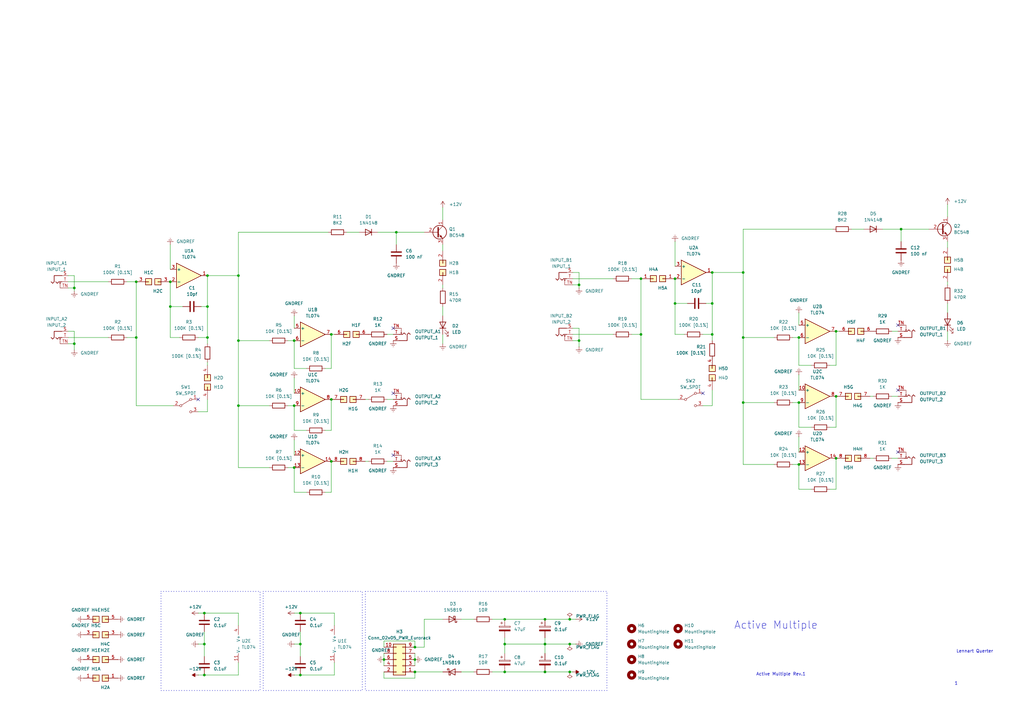
<source format=kicad_sch>
(kicad_sch (version 20231120) (generator "eeschema") (generator_version "8.0")
  (paper "A3")
  (junction (at 304.8 111.76))
  (junction (at 207.01 264.16))
  (junction (at 223.52 275.59))
  (junction (at 327.66 165.1))
  (junction (at 262.89 137.16))
  (junction (at 207.01 275.59))
  (junction (at 162.56 95.25))
  (junction (at 304.8 138.43))
  (junction (at 237.49 116.84))
  (junction (at 123.19 264.16))
  (junction (at 342.9 135.89))
  (junction (at 223.52 264.16))
  (junction (at 55.88 138.43))
  (junction (at 157.48 270.51))
  (junction (at 327.66 190.5))
  (junction (at 237.49 139.7))
  (junction (at 83.82 251.46))
  (junction (at 304.8 165.1))
  (junction (at 233.68 275.59))
  (junction (at 83.82 276.86))
  (junction (at 135.89 189.23))
  (junction (at 55.88 115.57))
  (junction (at 30.48 118.11))
  (junction (at 262.89 114.3))
  (junction (at 85.09 138.43))
  (junction (at 97.79 166.37))
  (junction (at 120.65 139.7))
  (junction (at 327.66 138.43))
  (junction (at 30.48 140.97))
  (junction (at 369.57 93.98))
  (junction (at 135.89 137.16))
  (junction (at 83.82 264.16))
  (junction (at 292.1 124.46))
  (junction (at 123.19 276.86))
  (junction (at 97.79 113.03))
  (junction (at 342.9 162.56))
  (junction (at 85.09 125.73))
  (junction (at 135.89 163.83))
  (junction (at 170.18 275.59))
  (junction (at 120.65 191.77))
  (junction (at 170.18 270.51))
  (junction (at 97.79 139.7))
  (junction (at 276.86 114.3))
  (junction (at 69.85 115.57))
  (junction (at 85.09 113.03))
  (junction (at 276.86 124.46))
  (junction (at 292.1 111.76))
  (junction (at 170.18 265.43))
  (junction (at 233.68 254))
  (junction (at 120.65 166.37))
  (junction (at 69.85 125.73))
  (junction (at 292.1 137.16))
  (junction (at 223.52 254))
  (junction (at 342.9 187.96))
  (junction (at 123.19 251.46))
  (junction (at 233.68 264.16))
  (junction (at 207.01 254))
  (no_connect (at 368.3 185.42))
  (no_connect (at 368.3 133.35))
  (no_connect (at 161.29 134.62))
  (no_connect (at 368.3 160.02))
  (no_connect (at 161.29 161.29))
  (no_connect (at 288.29 161.29))
  (no_connect (at 161.29 186.69))
  (no_connect (at 81.28 163.83))
  (wire (pts (xy 158.75 137.16) (xy 161.29 137.16)))
  (wire (pts (xy 118.11 139.7) (xy 120.65 139.7)))
  (wire (pts (xy 120.65 180.34) (xy 120.65 186.69)))
  (wire (pts (xy 340.36 175.26) (xy 342.9 175.26)))
  (wire (pts (xy 137.16 271.78) (xy 137.16 276.86)))
  (wire (pts (xy 149.86 163.83) (xy 151.13 163.83)))
  (wire (pts (xy 181.61 116.84) (xy 181.61 118.11)))
  (wire (pts (xy 85.09 113.03) (xy 85.09 125.73)))
  (wire (pts (xy 365.76 162.56) (xy 368.3 162.56)))
  (wire (pts (xy 170.18 267.97) (xy 170.18 270.51)))
  (wire (pts (xy 158.75 189.23) (xy 161.29 189.23)))
  (wire (pts (xy 120.65 276.86) (xy 123.19 276.86)))
  (wire (pts (xy 97.79 251.46) (xy 97.79 256.54)))
  (wire (pts (xy 85.09 138.43) (xy 85.09 125.73)))
  (wire (pts (xy 388.62 139.7) (xy 388.62 135.89)))
  (wire (pts (xy 173.99 254) (xy 181.61 254)))
  (wire (pts (xy 234.95 134.62) (xy 237.49 134.62)))
  (wire (pts (xy 259.08 137.16) (xy 262.89 137.16)))
  (wire (pts (xy 181.61 129.54) (xy 181.61 125.73)))
  (wire (pts (xy 304.8 111.76) (xy 304.8 138.43)))
  (wire (pts (xy 361.95 93.98) (xy 369.57 93.98)))
  (wire (pts (xy 81.28 251.46) (xy 83.82 251.46)))
  (wire (pts (xy 207.01 264.16) (xy 207.01 267.97)))
  (wire (pts (xy 133.35 151.13) (xy 135.89 151.13)))
  (wire (pts (xy 135.89 137.16) (xy 137.16 137.16)))
  (wire (pts (xy 85.09 113.03) (xy 97.79 113.03)))
  (wire (pts (xy 292.1 124.46) (xy 289.56 124.46)))
  (wire (pts (xy 207.01 275.59) (xy 223.52 275.59)))
  (wire (pts (xy 356.87 162.56) (xy 358.14 162.56)))
  (wire (pts (xy 173.99 265.43) (xy 170.18 265.43)))
  (wire (pts (xy 340.36 149.86) (xy 342.9 149.86)))
  (wire (pts (xy 85.09 138.43) (xy 85.09 140.97)))
  (wire (pts (xy 97.79 113.03) (xy 97.79 139.7)))
  (wire (pts (xy 181.61 85.09) (xy 181.61 90.17)))
  (wire (pts (xy 237.49 139.7) (xy 234.95 139.7)))
  (wire (pts (xy 97.79 95.25) (xy 97.79 113.03)))
  (wire (pts (xy 123.19 259.08) (xy 123.19 264.16)))
  (wire (pts (xy 170.18 278.13) (xy 170.18 275.59)))
  (wire (pts (xy 83.82 251.46) (xy 97.79 251.46)))
  (wire (pts (xy 97.79 191.77) (xy 97.79 166.37)))
  (wire (pts (xy 123.19 264.16) (xy 123.19 269.24)))
  (wire (pts (xy 55.88 115.57) (xy 55.88 138.43)))
  (wire (pts (xy 44.45 115.57) (xy 27.94 115.57)))
  (wire (pts (xy 327.66 175.26) (xy 327.66 165.1)))
  (wire (pts (xy 233.68 254) (xy 236.22 254)))
  (wire (pts (xy 149.86 189.23) (xy 151.13 189.23)))
  (wire (pts (xy 83.82 264.16) (xy 81.28 264.16)))
  (wire (pts (xy 181.61 100.33) (xy 181.61 102.87)))
  (wire (pts (xy 317.5 138.43) (xy 304.8 138.43)))
  (wire (pts (xy 327.66 179.07) (xy 327.66 185.42)))
  (wire (pts (xy 85.09 125.73) (xy 82.55 125.73)))
  (wire (pts (xy 342.9 135.89) (xy 344.17 135.89)))
  (wire (pts (xy 134.62 95.25) (xy 97.79 95.25)))
  (wire (pts (xy 327.66 149.86) (xy 327.66 138.43)))
  (wire (pts (xy 304.8 190.5) (xy 304.8 165.1)))
  (wire (pts (xy 83.82 264.16) (xy 83.82 269.24)))
  (wire (pts (xy 158.75 163.83) (xy 161.29 163.83)))
  (wire (pts (xy 223.52 264.16) (xy 223.52 267.97)))
  (wire (pts (xy 189.23 254) (xy 194.31 254)))
  (wire (pts (xy 304.8 138.43) (xy 304.8 165.1)))
  (wire (pts (xy 135.89 176.53) (xy 135.89 163.83)))
  (wire (pts (xy 237.49 111.76) (xy 237.49 116.84)))
  (wire (pts (xy 30.48 113.03) (xy 30.48 118.11)))
  (wire (pts (xy 276.86 124.46) (xy 276.86 114.3)))
  (wire (pts (xy 137.16 251.46) (xy 137.16 256.54)))
  (wire (pts (xy 73.66 138.43) (xy 69.85 138.43)))
  (wire (pts (xy 369.57 93.98) (xy 369.57 99.06)))
  (wire (pts (xy 170.18 275.59) (xy 181.61 275.59)))
  (wire (pts (xy 157.48 278.13) (xy 170.18 278.13)))
  (wire (pts (xy 325.12 165.1) (xy 327.66 165.1)))
  (wire (pts (xy 280.67 137.16) (xy 276.86 137.16)))
  (wire (pts (xy 262.89 163.83) (xy 278.13 163.83)))
  (wire (pts (xy 123.19 264.16) (xy 120.65 264.16)))
  (wire (pts (xy 142.24 95.25) (xy 147.32 95.25)))
  (wire (pts (xy 157.48 275.59) (xy 157.48 278.13)))
  (wire (pts (xy 85.09 148.59) (xy 85.09 149.86)))
  (wire (pts (xy 234.95 116.84) (xy 237.49 116.84)))
  (wire (pts (xy 349.25 93.98) (xy 354.33 93.98)))
  (wire (pts (xy 281.94 124.46) (xy 276.86 124.46)))
  (wire (pts (xy 133.35 201.93) (xy 135.89 201.93)))
  (wire (pts (xy 201.93 254) (xy 207.01 254)))
  (wire (pts (xy 340.36 200.66) (xy 342.9 200.66)))
  (wire (pts (xy 237.49 116.84) (xy 237.49 118.11)))
  (wire (pts (xy 157.48 262.89) (xy 157.48 265.43)))
  (wire (pts (xy 27.94 118.11) (xy 30.48 118.11)))
  (wire (pts (xy 123.19 276.86) (xy 137.16 276.86)))
  (wire (pts (xy 85.09 163.83) (xy 85.09 168.91)))
  (wire (pts (xy 135.89 151.13) (xy 135.89 137.16)))
  (wire (pts (xy 207.01 261.62) (xy 207.01 264.16)))
  (wire (pts (xy 288.29 137.16) (xy 292.1 137.16)))
  (wire (pts (xy 341.63 93.98) (xy 304.8 93.98)))
  (wire (pts (xy 237.49 142.24) (xy 237.49 139.7)))
  (wire (pts (xy 170.18 262.89) (xy 157.48 262.89)))
  (wire (pts (xy 154.94 95.25) (xy 162.56 95.25)))
  (wire (pts (xy 292.1 166.37) (xy 292.1 160.02)))
  (wire (pts (xy 125.73 151.13) (xy 120.65 151.13)))
  (wire (pts (xy 97.79 271.78) (xy 97.79 276.86)))
  (wire (pts (xy 325.12 138.43) (xy 327.66 138.43)))
  (wire (pts (xy 44.45 138.43) (xy 27.94 138.43)))
  (wire (pts (xy 83.82 259.08) (xy 83.82 264.16)))
  (wire (pts (xy 365.76 135.89) (xy 368.3 135.89)))
  (wire (pts (xy 369.57 93.98) (xy 381 93.98)))
  (wire (pts (xy 162.56 95.25) (xy 162.56 100.33)))
  (wire (pts (xy 52.07 138.43) (xy 55.88 138.43)))
  (wire (pts (xy 120.65 154.94) (xy 120.65 161.29)))
  (wire (pts (xy 52.07 115.57) (xy 55.88 115.57)))
  (wire (pts (xy 288.29 166.37) (xy 292.1 166.37)))
  (wire (pts (xy 223.52 275.59) (xy 233.68 275.59)))
  (wire (pts (xy 388.62 115.57) (xy 388.62 116.84)))
  (wire (pts (xy 97.79 166.37) (xy 110.49 166.37)))
  (wire (pts (xy 181.61 140.97) (xy 181.61 137.16)))
  (wire (pts (xy 120.65 129.54) (xy 120.65 134.62)))
  (wire (pts (xy 110.49 139.7) (xy 97.79 139.7)))
  (wire (pts (xy 173.99 254) (xy 173.99 265.43)))
  (wire (pts (xy 125.73 176.53) (xy 120.65 176.53)))
  (wire (pts (xy 262.89 114.3) (xy 262.89 137.16)))
  (wire (pts (xy 276.86 137.16) (xy 276.86 124.46)))
  (wire (pts (xy 74.93 125.73) (xy 69.85 125.73)))
  (wire (pts (xy 120.65 176.53) (xy 120.65 166.37)))
  (wire (pts (xy 30.48 118.11) (xy 30.48 119.38)))
  (wire (pts (xy 292.1 111.76) (xy 304.8 111.76)))
  (wire (pts (xy 332.74 149.86) (xy 327.66 149.86)))
  (wire (pts (xy 365.76 187.96) (xy 368.3 187.96)))
  (wire (pts (xy 125.73 201.93) (xy 120.65 201.93)))
  (wire (pts (xy 276.86 99.06) (xy 276.86 109.22)))
  (wire (pts (xy 69.85 100.33) (xy 69.85 110.49)))
  (wire (pts (xy 30.48 140.97) (xy 27.94 140.97)))
  (wire (pts (xy 83.82 276.86) (xy 97.79 276.86)))
  (wire (pts (xy 342.9 149.86) (xy 342.9 135.89)))
  (wire (pts (xy 157.48 267.97) (xy 157.48 270.51)))
  (wire (pts (xy 233.68 264.16) (xy 236.22 264.16)))
  (wire (pts (xy 69.85 138.43) (xy 69.85 125.73)))
  (wire (pts (xy 292.1 137.16) (xy 292.1 139.7)))
  (wire (pts (xy 332.74 175.26) (xy 327.66 175.26)))
  (wire (pts (xy 27.94 135.89) (xy 30.48 135.89)))
  (wire (pts (xy 118.11 191.77) (xy 120.65 191.77)))
  (wire (pts (xy 388.62 99.06) (xy 388.62 101.6)))
  (wire (pts (xy 27.94 113.03) (xy 30.48 113.03)))
  (wire (pts (xy 207.01 264.16) (xy 223.52 264.16)))
  (wire (pts (xy 223.52 264.16) (xy 233.68 264.16)))
  (wire (pts (xy 170.18 270.51) (xy 170.18 273.05)))
  (wire (pts (xy 189.23 275.59) (xy 194.31 275.59)))
  (wire (pts (xy 170.18 265.43) (xy 170.18 262.89)))
  (wire (pts (xy 207.01 254) (xy 223.52 254)))
  (wire (pts (xy 325.12 190.5) (xy 327.66 190.5)))
  (wire (pts (xy 69.85 115.57) (xy 69.85 125.73)))
  (wire (pts (xy 237.49 134.62) (xy 237.49 139.7)))
  (wire (pts (xy 327.66 200.66) (xy 327.66 190.5)))
  (wire (pts (xy 233.68 275.59) (xy 234.95 275.59)))
  (wire (pts (xy 120.65 251.46) (xy 123.19 251.46)))
  (wire (pts (xy 327.66 153.67) (xy 327.66 160.02)))
  (wire (pts (xy 201.93 275.59) (xy 207.01 275.59)))
  (wire (pts (xy 55.88 166.37) (xy 55.88 138.43)))
  (wire (pts (xy 223.52 261.62) (xy 223.52 264.16)))
  (wire (pts (xy 30.48 143.51) (xy 30.48 140.97)))
  (wire (pts (xy 123.19 251.46) (xy 137.16 251.46)))
  (wire (pts (xy 259.08 114.3) (xy 262.89 114.3)))
  (wire (pts (xy 251.46 114.3) (xy 234.95 114.3)))
  (wire (pts (xy 97.79 139.7) (xy 97.79 166.37)))
  (wire (pts (xy 262.89 163.83) (xy 262.89 137.16)))
  (wire (pts (xy 356.87 187.96) (xy 358.14 187.96)))
  (wire (pts (xy 81.28 138.43) (xy 85.09 138.43)))
  (wire (pts (xy 162.56 95.25) (xy 173.99 95.25)))
  (wire (pts (xy 157.48 270.51) (xy 157.48 273.05)))
  (wire (pts (xy 388.62 128.27) (xy 388.62 124.46)))
  (wire (pts (xy 292.1 146.05) (xy 292.1 147.32)))
  (wire (pts (xy 251.46 137.16) (xy 234.95 137.16)))
  (wire (pts (xy 234.95 111.76) (xy 237.49 111.76)))
  (wire (pts (xy 30.48 135.89) (xy 30.48 140.97)))
  (wire (pts (xy 304.8 165.1) (xy 317.5 165.1)))
  (wire (pts (xy 304.8 93.98) (xy 304.8 111.76)))
  (wire (pts (xy 120.65 201.93) (xy 120.65 191.77)))
  (wire (pts (xy 133.35 176.53) (xy 135.89 176.53)))
  (wire (pts (xy 135.89 201.93) (xy 135.89 189.23)))
  (wire (pts (xy 342.9 200.66) (xy 342.9 187.96)))
  (wire (pts (xy 110.49 191.77) (xy 97.79 191.77)))
  (wire (pts (xy 327.66 128.27) (xy 327.66 133.35)))
  (wire (pts (xy 223.52 254) (xy 233.68 254)))
  (wire (pts (xy 292.1 111.76) (xy 292.1 124.46)))
  (wire (pts (xy 81.28 168.91) (xy 85.09 168.91)))
  (wire (pts (xy 388.62 83.82) (xy 388.62 88.9)))
  (wire (pts (xy 118.11 166.37) (xy 120.65 166.37)))
  (wire (pts (xy 332.74 200.66) (xy 327.66 200.66)))
  (wire (pts (xy 120.65 151.13) (xy 120.65 139.7)))
  (wire (pts (xy 317.5 190.5) (xy 304.8 190.5)))
  (wire (pts (xy 292.1 137.16) (xy 292.1 124.46)))
  (wire (pts (xy 55.88 166.37) (xy 71.12 166.37)))
  (wire (pts (xy 81.28 276.86) (xy 83.82 276.86)))
  (wire (pts (xy 342.9 175.26) (xy 342.9 162.56)))
  (rectangle (start 66.04 242.57) (end 106.68 283.21) (stroke (width 0.25) (type dot)))
  (rectangle (start 149.86 242.57) (end 248.92 283.21) (stroke (width 0.25) (type dot)))
  (rectangle (start 107.95 242.57) (end 148.59 283.21) (stroke (width 0.25) (type dot)))
  (text "Active Multiple Rev.1" (at 320.294 276.606 0) (effects (font (size 1.27 1.27))))
  (text "Lennart Querter" (at 399.796 267.208 0) (effects (font (size 1.27 1.27))))
  (text "Active Multiple" (at 318.262 256.54 0) (effects (font (size 3.0988 3.0988))))
  (text "1" (at 392.176 280.416 0) (effects (font (size 1.27 1.27))))
  (symbol (lib_id "synth:PinSocket_01x08") (at 140.97 189.23 0) (unit 8)
    (property "Reference" "H2" (at 140.97 185.42 0))
    (property "Value" "PinSocket_1x08" (effects (hide yes)))
    (property "Footprint" "Synth:PinSocket_1x08_P2.54mm_Vertical" (effects (hide yes)))
    (property "Description" "Generic connector, single row, 01x01, script generated (kicad-library-utils/schlib/autogen/connector/)" (effects (hide yes)))
  )
  (symbol (lib_id "Amplifier_Operational:TL074") (at 335.28 135.89 0) (unit 2)
    (property "Reference" "U2" (at 335.28 125.73 0))
    (property "Value" "TL074" (at 335.28 128.27 0))
    (property "Footprint" "Package_DIP:DIP-14_W7.62mm_Socket_LongPads" (effects (hide yes)))
    (property "Datasheet" "http://www.ti.com/lit/ds/symlink/tl071.pdf" (effects (hide yes)))
    (property "Description" "Quad Low-Noise JFET-Input Operational Amplifiers, DIP-14/SOIC-14" (effects (hide yes)))
  )
  (symbol (lib_id "Mechanical:MountingHole") (at 259.08 270.51 0) (unit 1) (exclude_from_sim yes) (in_bom no)
    (property "Reference" "H8" (at 261.62 269.2399 0) (effects (justify left)))
    (property "Value" "MountingHole" (at 261.62 271.7799 0) (effects (justify left)))
    (property "Footprint" "MountingHole:MountingHole_3.2mm_M3" (effects (hide yes)))
    (property "Description" "Mounting Hole without connection" (effects (hide yes)))
  )
  (symbol (lib_id "power:GNDREF") (at 368.3 138.43 0) (unit 1)
    (property "Reference" "#PWR038" (effects (hide yes)))
    (property "Value" "GNDREF" (at 365.76 139.6999 0) (effects (justify right)))
    (property "Description" "Power symbol creates a global label with name \"GNDREF\" , reference supply ground" (effects (hide yes)))
  )
  (symbol (lib_id "synth:R_Default") (at 345.44 93.98 90) (unit 1)
    (property "Reference" "R28" (at 345.44 87.63 90))
    (property "Value" "8K2" (at 345.44 90.17 90))
    (property "Footprint" "Synth:R_Default (DIN0207)" (effects (hide yes)))
    (property "Description" "Resistor" (effects (hide yes)))
  )
  (symbol (lib_id "synth:R_Default") (at 198.12 275.59 90) (unit 1)
    (property "Reference" "R17" (at 198.12 269.24 90))
    (property "Value" "10R" (at 198.12 271.78 90))
    (property "Footprint" "Synth:R_Default (DIN0207)" (effects (hide yes)))
    (property "Description" "Resistor" (effects (hide yes)))
  )
  (symbol (lib_id "power:GNDREF") (at 30.48 119.38 0) (unit 1)
    (property "Reference" "#PWR01" (effects (hide yes)))
    (property "Value" "GNDREF" (at 33.02 120.6499 0) (effects (justify left)))
    (property "Description" "Power symbol creates a global label with name \"GNDREF\" , reference supply ground" (effects (hide yes)))
  )
  (symbol (lib_id "Amplifier_Operational:TL074") (at 284.48 111.76 0) (unit 1)
    (property "Reference" "U2" (at 284.48 101.6 0))
    (property "Value" "TL074" (at 284.48 104.14 0))
    (property "Footprint" "Package_DIP:DIP-14_W7.62mm_Socket_LongPads" (effects (hide yes)))
    (property "Datasheet" "http://www.ti.com/lit/ds/symlink/tl071.pdf" (effects (hide yes)))
    (property "Description" "Quad Low-Noise JFET-Input Operational Amplifiers, DIP-14/SOIC-14" (effects (hide yes)))
  )
  (symbol (lib_id "power:GNDREF") (at 48.26 270.51 90) (unit 1)
    (property "Reference" "#PWR06" (effects (hide yes)))
    (property "Value" "GNDREF" (at 52.07 270.5099 90) (effects (justify right)))
    (property "Description" "Power symbol creates a global label with name \"GNDREF\" , reference supply ground" (effects (hide yes)))
  )
  (symbol (lib_id "synth:R_Default") (at 336.55 200.66 90) (unit 1)
    (property "Reference" "R27" (at 336.55 194.31 90))
    (property "Value" "10K [0.1%]" (at 336.55 196.85 90))
    (property "Footprint" "Synth:R_Default (DIN0207)" (effects (hide yes)))
    (property "Description" "Resistor" (effects (hide yes)))
  )
  (symbol (lib_id "power:GNDREF") (at 388.62 139.7 0) (mirror y) (unit 1)
    (property "Reference" "#PWR043" (effects (hide yes)))
    (property "Value" "GNDREF" (at 391.16 140.9699 0) (effects (justify right)))
    (property "Description" "Power symbol creates a global label with name \"GNDREF\" , reference supply ground" (effects (hide yes)))
  )
  (symbol (lib_id "power:GNDREF") (at 69.85 100.33 180) (unit 1)
    (property "Reference" "#PWR07" (effects (hide yes)))
    (property "Value" "GNDREF" (at 72.39 99.0599 0) (effects (justify right)))
    (property "Description" "Power symbol creates a global label with name \"GNDREF\" , reference supply ground" (effects (hide yes)))
  )
  (symbol (lib_id "power:GNDREF") (at 48.26 254 90) (unit 1)
    (property "Reference" "#PWR033" (effects (hide yes)))
    (property "Value" "GNDREF" (at 52.07 253.9999 90) (effects (justify right)))
    (property "Description" "Power symbol creates a global label with name \"GNDREF\" , reference supply ground" (effects (hide yes)))
  )
  (symbol (lib_id "synth:R_Default") (at 336.55 175.26 90) (unit 1)
    (property "Reference" "R26" (at 336.55 168.91 90))
    (property "Value" "10K [0.1%]" (at 336.55 171.45 90))
    (property "Footprint" "Synth:R_Default (DIN0207)" (effects (hide yes)))
    (property "Description" "Resistor" (effects (hide yes)))
  )
  (symbol (lib_id "power:GNDREF") (at 48.26 260.35 90) (unit 1)
    (property "Reference" "#PWR032" (effects (hide yes)))
    (property "Value" "GNDREF" (at 52.07 260.3499 90) (effects (justify right)))
    (property "Description" "Power symbol creates a global label with name \"GNDREF\" , reference supply ground" (effects (hide yes)))
  )
  (symbol (lib_id "synth:R_Default") (at 48.26 115.57 90) (unit 1)
    (property "Reference" "R1" (at 48.26 109.22 90))
    (property "Value" "100K [0.1%]" (at 48.26 111.76 90))
    (property "Footprint" "Synth:R_Default (DIN0207)" (effects (hide yes)))
    (property "Description" "Resistor" (effects (hide yes)))
  )
  (symbol (lib_id "Device:R") (at 181.61 121.92 180) (unit 1)
    (property "Reference" "R15" (at 184.15 120.6499 0) (effects (justify right)))
    (property "Value" "470R" (at 184.15 123.1899 0) (effects (justify right)))
    (property "Footprint" "Synth:R_Default (DIN0207)" (effects (hide yes)))
    (property "Description" "Resistor" (effects (hide yes)))
  )
  (symbol (lib_id "synth:PinHeader_01x08") (at 146.05 137.16 180) (unit 6)
    (property "Reference" "H1" (at 146.05 133.35 0))
    (property "Value" "PinHeader_1x08" (effects (hide yes)))
    (property "Footprint" "Synth:PinHeader_1x08_P2.54mm_Vertical" (effects (hide yes)))
    (property "Description" "Generic connector, single row, 01x01, script generated (kicad-library-utils/schlib/autogen/connector/)" (effects (hide yes)))
  )
  (symbol (lib_id "power:GNDREF") (at 120.65 180.34 180) (unit 1)
    (property "Reference" "#PWR013" (effects (hide yes)))
    (property "Value" "GNDREF" (at 118.11 179.0699 0) (effects (justify left)))
    (property "Description" "Power symbol creates a global label with name \"GNDREF\" , reference supply ground" (effects (hide yes)))
  )
  (symbol (lib_id "Mechanical:MountingHole") (at 259.08 276.86 0) (unit 1) (exclude_from_sim yes) (in_bom no)
    (property "Reference" "H9" (at 261.62 275.5899 0) (effects (justify left)))
    (property "Value" "MountingHole" (at 261.62 278.1299 0) (effects (justify left)))
    (property "Footprint" "MountingHole:MountingHole_3.2mm_M3" (effects (hide yes)))
    (property "Description" "Mounting Hole without connection" (effects (hide yes)))
  )
  (symbol (lib_id "synth:PinSocket_01x08") (at 181.61 107.95 270) (unit 2)
    (property "Reference" "H2" (at 184.15 107.9499 90) (effects (justify left)))
    (property "Value" "PinSocket_1x08" (effects (hide yes)))
    (property "Footprint" "Synth:PinSocket_1x08_P2.54mm_Vertical" (effects (hide yes)))
    (property "Description" "Generic connector, single row, 01x01, script generated (kicad-library-utils/schlib/autogen/connector/)" (effects (hide yes)))
  )
  (symbol (lib_id "power:GNDREF") (at 120.65 129.54 180) (unit 1)
    (property "Reference" "#PWR011" (effects (hide yes)))
    (property "Value" "GNDREF" (at 120.65 124.46 0))
    (property "Description" "Power symbol creates a global label with name \"GNDREF\" , reference supply ground" (effects (hide yes)))
  )
  (symbol (lib_id "synth:PinHeader_01x08") (at 267.97 114.3 0) (unit 1)
    (property "Reference" "H4" (at 267.97 110.49 0))
    (property "Value" "PinHeader_1x08" (effects (hide yes)))
    (property "Footprint" "Synth:PinHeader_1x08_P2.54mm_Vertical" (effects (hide yes)))
    (property "Description" "Generic connector, single row, 01x01, script generated (kicad-library-utils/schlib/autogen/connector/)" (effects (hide yes)))
  )
  (symbol (lib_id "Device:R") (at 388.62 120.65 180) (unit 1)
    (property "Reference" "R32" (at 391.16 119.3799 0) (effects (justify right)))
    (property "Value" "470R" (at 391.16 121.9199 0) (effects (justify right)))
    (property "Footprint" "Synth:R_Default (DIN0207)" (effects (hide yes)))
    (property "Description" "Resistor" (effects (hide yes)))
  )
  (symbol (lib_id "Device:C") (at 123.19 273.05 0) (unit 1)
    (property "Reference" "C5" (at 127 271.7799 0) (effects (justify left)))
    (property "Value" "0.1uF" (at 127 274.3199 0) (effects (justify left)))
    (property "Footprint" "Capacitor_THT:C_Disc_D5.0mm_W2.5mm_P5.00mm" (effects (hide yes)))
    (property "Description" "Unpolarized capacitor" (effects (hide yes)))
  )
  (symbol (lib_id "synth:PinSocket_01x08") (at 349.25 135.89 0) (unit 6)
    (property "Reference" "H5" (at 349.25 132.08 0))
    (property "Value" "PinSocket_1x08" (effects (hide yes)))
    (property "Footprint" "Synth:PinSocket_1x08_P2.54mm_Vertical" (effects (hide yes)))
    (property "Description" "Generic connector, single row, 01x01, script generated (kicad-library-utils/schlib/autogen/connector/)" (effects (hide yes)))
  )
  (symbol (lib_id "synth:R_Default") (at 129.54 201.93 90) (unit 1)
    (property "Reference" "R10" (at 129.54 195.58 90))
    (property "Value" "10K [0.1%]" (at 129.54 198.12 90))
    (property "Footprint" "Synth:R_Default (DIN0207)" (effects (hide yes)))
    (property "Description" "Resistor" (effects (hide yes)))
  )
  (symbol (lib_id "synth:R_Default") (at 114.3 139.7 90) (unit 1)
    (property "Reference" "R5" (at 114.3 133.35 90))
    (property "Value" "10K [0.1%]" (at 114.3 135.89 90))
    (property "Footprint" "Synth:R_Default (DIN0207)" (effects (hide yes)))
    (property "Description" "Resistor" (effects (hide yes)))
  )
  (symbol (lib_id "synth:PinHeader_01x08") (at 388.62 110.49 90) (unit 2)
    (property "Reference" "H4" (at 391.16 110.4899 90) (effects (justify right)))
    (property "Value" "PinHeader_1x08" (effects (hide yes)))
    (property "Footprint" "Synth:PinHeader_1x08_P2.54mm_Vertical" (effects (hide yes)))
    (property "Description" "Generic connector, single row, 01x01, script generated (kicad-library-utils/schlib/autogen/connector/)" (effects (hide yes)))
  )
  (symbol (lib_id "power:-12V") (at 81.28 276.86 90) (unit 1)
    (property "Reference" "#PWR010" (effects (hide yes)))
    (property "Value" "-12V" (at 80.01 274.32 90))
    (property "Description" "Power symbol creates a global label with name \"-12V\"" (effects (hide yes)))
  )
  (symbol (lib_id "synth:R_Default") (at 361.95 187.96 90) (unit 1)
    (property "Reference" "R31" (at 361.95 181.61 90))
    (property "Value" "1K" (at 361.95 184.15 90))
    (property "Footprint" "Synth:R_Default (DIN0207)" (effects (hide yes)))
    (property "Description" "Resistor" (effects (hide yes)))
  )
  (symbol (lib_id "power:GNDREF") (at 161.29 166.37 0) (unit 1)
    (property "Reference" "#PWR018" (effects (hide yes)))
    (property "Value" "GNDREF" (at 158.75 167.6399 0) (effects (justify right)))
    (property "Description" "Power symbol creates a global label with name \"GNDREF\" , reference supply ground" (effects (hide yes)))
  )
  (symbol (lib_id "Amplifier_Operational:TL074") (at 128.27 163.83 0) (unit 3)
    (property "Reference" "U1" (at 128.27 153.67 0))
    (property "Value" "TL074" (at 128.27 156.21 0))
    (property "Footprint" "Package_DIP:DIP-14_W7.62mm_Socket_LongPads" (effects (hide yes)))
    (property "Datasheet" "http://www.ti.com/lit/ds/symlink/tl071.pdf" (effects (hide yes)))
    (property "Description" "Quad Low-Noise JFET-Input Operational Amplifiers, DIP-14/SOIC-14" (effects (hide yes)))
  )
  (symbol (lib_id "Device:C_Polarized") (at 223.52 257.81 0) (unit 1)
    (property "Reference" "C9" (at 227.33 255.6509 0) (effects (justify left)))
    (property "Value" "0.1uF" (at 227.33 258.1909 0) (effects (justify left)))
    (property "Footprint" "Capacitor_THT:CP_Radial_D4.0mm_P2.00mm" (effects (hide yes)))
    (property "Description" "Polarized capacitor" (effects (hide yes)))
  )
  (symbol (lib_id "power:GNDREF") (at 368.3 190.5 0) (unit 1)
    (property "Reference" "#PWR040" (effects (hide yes)))
    (property "Value" "GNDREF" (at 365.76 191.7699 0) (effects (justify right)))
    (property "Description" "Power symbol creates a global label with name \"GNDREF\" , reference supply ground" (effects (hide yes)))
  )
  (symbol (lib_id "synth:R_Default") (at 129.54 176.53 90) (unit 1)
    (property "Reference" "R9" (at 129.54 170.18 90))
    (property "Value" "10K [0.1%]" (at 129.54 172.72 90))
    (property "Footprint" "Synth:R_Default (DIN0207)" (effects (hide yes)))
    (property "Description" "Resistor" (effects (hide yes)))
  )
  (symbol (lib_id "synth:R_Default") (at 138.43 95.25 90) (unit 1)
    (property "Reference" "R11" (at 138.43 88.9 90))
    (property "Value" "8K2" (at 138.43 91.44 90))
    (property "Footprint" "Synth:R_Default (DIN0207)" (effects (hide yes)))
    (property "Description" "Resistor" (effects (hide yes)))
  )
  (symbol (lib_id "synth:SW_SPDT") (at 283.21 163.83 0) (unit 1)
    (property "Reference" "SW2" (at 283.21 156.21 0))
    (property "Value" "SW_SPDT" (at 283.21 158.75 0))
    (property "Footprint" "Synth:SW_default" (effects (hide yes)))
    (property "Description" "Switch, single pole double throw" (effects (hide yes)))
  )
  (symbol (lib_id "Device:C") (at 83.82 255.27 0) (unit 1)
    (property "Reference" "C2" (at 87.63 253.9999 0) (effects (justify left)))
    (property "Value" "0.1uF" (at 87.63 256.5399 0) (effects (justify left)))
    (property "Footprint" "Capacitor_THT:C_Disc_D5.0mm_W2.5mm_P5.00mm" (effects (hide yes)))
    (property "Description" "Unpolarized capacitor" (effects (hide yes)))
  )
  (symbol (lib_id "synth:AudioJack_Mono_3.5mm") (at 373.38 162.56 180) (unit 1)
    (property "Reference" "OUTPUT_B2" (at 377.19 161.3534 0) (effects (justify right)))
    (property "Value" "OUTPUT_2" (at 377.19 163.8934 0) (effects (justify right)))
    (property "Footprint" "Synth:Jack_3.5mm_QingPu_WQP-PJ398SM_Vertical_CircularHoles" (effects (hide yes)))
    (property "Description" "Audio Jack, 2 Poles (Mono / TS), Switched T Pole (Normalling)" (effects (hide yes)))
  )
  (symbol (lib_id "synth:D_Signal (1N4148)") (at 151.13 95.25 180) (unit 1)
    (property "Reference" "D1" (at 151.13 88.9 0))
    (property "Value" "1N4148" (at 151.13 91.44 0))
    (property "Footprint" "Synth:D_DO-35_SOD27_P7.62mm_Horizontal" (effects (hide yes)))
    (property "Datasheet" "https://assets.nexperia.com/documents/data-sheet/1N4148_1N4448.pdf" (effects (hide yes)))
    (property "Description" "100V 0.15A standard switching diode, DO-35" (effects (hide yes)))
    (property "Sim.Device" "D" (effects (hide yes)))
    (property "Sim.Pins" "1=K 2=A" (effects (hide yes)))
  )
  (symbol (lib_id "power:GNDREF") (at 369.57 106.68 0) (mirror y) (unit 1)
    (property "Reference" "#PWR041" (effects (hide yes)))
    (property "Value" "GNDREF" (at 369.57 111.76 0))
    (property "Description" "Power symbol creates a global label with name \"GNDREF\" , reference supply ground" (effects (hide yes)))
  )
  (symbol (lib_id "power:GNDREF") (at 162.56 107.95 0) (mirror y) (unit 1)
    (property "Reference" "#PWR020" (effects (hide yes)))
    (property "Value" "GNDREF" (at 162.56 113.03 0))
    (property "Description" "Power symbol creates a global label with name \"GNDREF\" , reference supply ground" (effects (hide yes)))
  )
  (symbol (lib_id "synth:AudioJack_Mono_3.5mm") (at 229.87 137.16 0) (unit 1)
    (property "Reference" "INPUT_B2" (at 230.1875 129.54 0))
    (property "Value" "INPUT_2" (at 230.1875 132.08 0))
    (property "Footprint" "Synth:Jack_3.5mm_QingPu_WQP-PJ398SM_Vertical_CircularHoles" (effects (hide yes)))
    (property "Description" "Audio Jack, 2 Poles (Mono / TS), Switched T Pole (Normalling)" (effects (hide yes)))
  )
  (symbol (lib_id "synth:PinHeader_01x08") (at 39.37 270.51 0) (unit 5)
    (property "Reference" "H1" (at 39.37 266.7 0))
    (property "Value" "PinHeader_1x08" (effects (hide yes)))
    (property "Footprint" "Synth:PinHeader_1x08_P2.54mm_Vertical" (effects (hide yes)))
    (property "Description" "Generic connector, single row, 01x01, script generated (kicad-library-utils/schlib/autogen/connector/)" (effects (hide yes)))
  )
  (symbol (lib_id "synth:SW_SPDT") (at 76.2 166.37 0) (unit 1)
    (property "Reference" "SW1" (at 76.2 158.75 0))
    (property "Value" "SW_SPDT" (at 76.2 161.29 0))
    (property "Footprint" "Synth:SW_default" (effects (hide yes)))
    (property "Description" "Switch, single pole double throw" (effects (hide yes)))
  )
  (symbol (lib_id "synth:R_Default") (at 198.12 254 90) (unit 1)
    (property "Reference" "R16" (at 198.12 247.65 90))
    (property "Value" "10R" (at 198.12 250.19 90))
    (property "Footprint" "Synth:R_Default (DIN0207)" (effects (hide yes)))
    (property "Description" "Resistor" (effects (hide yes)))
  )
  (symbol (lib_id "synth:PinSocket_01x08") (at 39.37 260.35 0) (unit 3)
    (property "Reference" "H5" (at 39.37 256.54 0))
    (property "Value" "PinSocket_1x08" (effects (hide yes)))
    (property "Footprint" "Synth:PinSocket_1x08_P2.54mm_Vertical" (effects (hide yes)))
    (property "Description" "Generic connector, single row, 01x01, script generated (kicad-library-utils/schlib/autogen/connector/)" (effects (hide yes)))
  )
  (symbol (lib_id "synth:R_Default") (at 154.94 163.83 90) (unit 1)
    (property "Reference" "R13" (at 154.94 157.48 90))
    (property "Value" "1K" (at 154.94 160.02 90))
    (property "Footprint" "Synth:R_Default (DIN0207)" (effects (hide yes)))
    (property "Description" "Resistor" (effects (hide yes)))
  )
  (symbol (lib_id "Mechanical:MountingHole") (at 278.13 264.16 0) (unit 1) (exclude_from_sim yes) (in_bom no)
    (property "Reference" "H11" (at 280.67 262.8899 0) (effects (justify left)))
    (property "Value" "MountingHole" (at 280.67 265.4299 0) (effects (justify left)))
    (property "Footprint" "MountingHole:MountingHole_3.2mm_M3" (effects (hide yes)))
    (property "Description" "Mounting Hole without connection" (effects (hide yes)))
  )
  (symbol (lib_id "Mechanical:MountingHole") (at 259.08 264.16 0) (unit 1) (exclude_from_sim yes) (in_bom no)
    (property "Reference" "H7" (at 261.62 262.8899 0) (effects (justify left)))
    (property "Value" "MountingHole" (at 261.62 265.4299 0) (effects (justify left)))
    (property "Footprint" "MountingHole:MountingHole_3.2mm_M3" (effects (hide yes)))
    (property "Description" "Mounting Hole without connection" (effects (hide yes)))
  )
  (symbol (lib_id "power:PWR_FLAG") (at 233.68 264.16 180) (unit 1)
    (property "Reference" "#FLG02" (effects (hide yes)))
    (property "Value" "PWR_FLAG" (at 236.22 265.4299 0) (effects (justify right)))
    (property "Description" "Special symbol for telling ERC where power comes from" (effects (hide yes)))
  )
  (symbol (lib_id "power:GNDREF") (at 34.29 270.51 270) (unit 1)
    (property "Reference" "#PWR03" (effects (hide yes)))
    (property "Value" "GNDREF" (at 33.02 266.7 90))
    (property "Description" "Power symbol creates a global label with name \"GNDREF\" , reference supply ground" (effects (hide yes)))
  )
  (symbol (lib_id "synth:PinHeader_01x08") (at 351.79 187.96 180) (unit 8)
    (property "Reference" "H4" (at 351.79 184.15 0))
    (property "Value" "PinHeader_1x08" (effects (hide yes)))
    (property "Footprint" "Synth:PinHeader_1x08_P2.54mm_Vertical" (effects (hide yes)))
    (property "Description" "Generic connector, single row, 01x01, script generated (kicad-library-utils/schlib/autogen/connector/)" (effects (hide yes)))
  )
  (symbol (lib_id "synth:R_Default") (at 361.95 135.89 90) (unit 1)
    (property "Reference" "R29" (at 361.95 129.54 90))
    (property "Value" "1K" (at 361.95 132.08 90))
    (property "Footprint" "Synth:R_Default (DIN0207)" (effects (hide yes)))
    (property "Description" "Resistor" (effects (hide yes)))
  )
  (symbol (lib_id "power:PWR_FLAG") (at 233.68 254 0) (unit 1)
    (property "Reference" "#FLG01" (effects (hide yes)))
    (property "Value" "PWR_FLAG" (at 236.22 252.7299 0) (effects (justify left)))
    (property "Description" "Special symbol for telling ERC where power comes from" (effects (hide yes)))
  )
  (symbol (lib_id "synth:PinSocket_01x08") (at 347.98 162.56 0) (unit 7)
    (property "Reference" "H5" (at 347.98 158.75 0))
    (property "Value" "PinSocket_1x08" (effects (hide yes)))
    (property "Footprint" "Synth:PinSocket_1x08_P2.54mm_Vertical" (effects (hide yes)))
    (property "Description" "Generic connector, single row, 01x01, script generated (kicad-library-utils/schlib/autogen/connector/)" (effects (hide yes)))
  )
  (symbol (lib_id "synth:R_Default") (at 361.95 162.56 90) (unit 1)
    (property "Reference" "R30" (at 361.95 156.21 90))
    (property "Value" "1K" (at 361.95 158.75 90))
    (property "Footprint" "Synth:R_Default (DIN0207)" (effects (hide yes)))
    (property "Description" "Resistor" (effects (hide yes)))
  )
  (symbol (lib_id "Transistor_BJT:BC548") (at 179.07 95.25 0) (unit 1)
    (property "Reference" "Q1" (at 184.15 93.9799 0) (effects (justify left)))
    (property "Value" "BC548" (at 184.15 96.5199 0) (effects (justify left)))
    (property "Footprint" "Package_TO_SOT_THT:TO-92_HandSolder" (effects (hide yes)))
    (property "Datasheet" "https://www.onsemi.com/pub/Collateral/BC550-D.pdf" (effects (hide yes)))
    (property "Description" "0.1A Ic, 30V Vce, Small Signal NPN Transistor, TO-92" (effects (hide yes)))
  )
  (symbol (lib_id "synth:PinHeader_01x08") (at 353.06 135.89 180) (unit 6)
    (property "Reference" "H4" (at 353.06 139.7 0))
    (property "Value" "PinHeader_1x08" (effects (hide yes)))
    (property "Footprint" "Synth:PinHeader_1x08_P2.54mm_Vertical" (effects (hide yes)))
    (property "Description" "Generic connector, single row, 01x01, script generated (kicad-library-utils/schlib/autogen/connector/)" (effects (hide yes)))
  )
  (symbol (lib_id "synth:C_sm (MKS)") (at 285.75 124.46 90) (unit 1)
    (property "Reference" "C11" (at 285.75 116.84 90))
    (property "Value" "10pF" (at 285.75 119.38 90))
    (property "Footprint" "Synth:C_RECT_WIMA_0.1uF" (effects (hide yes)))
    (property "Description" "Unpolarized capacitor" (effects (hide yes)))
  )
  (symbol (lib_id "synth:D_Signal (1N4148)") (at 358.14 93.98 180) (unit 1)
    (property "Reference" "D5" (at 358.14 87.63 0))
    (property "Value" "1N4148" (at 358.14 90.17 0))
    (property "Footprint" "Synth:D_DO-35_SOD27_P7.62mm_Horizontal" (effects (hide yes)))
    (property "Datasheet" "https://assets.nexperia.com/documents/data-sheet/1N4148_1N4448.pdf" (effects (hide yes)))
    (property "Description" "100V 0.15A standard switching diode, DO-35" (effects (hide yes)))
    (property "Sim.Device" "D" (effects (hide yes)))
    (property "Sim.Pins" "1=K 2=A" (effects (hide yes)))
  )
  (symbol (lib_id "synth:PinHeader_01x08") (at 292.1 154.94 90) (unit 4)
    (property "Reference" "H4" (at 294.64 154.9399 90) (effects (justify right)))
    (property "Value" "PinHeader_1x08" (effects (hide yes)))
    (property "Footprint" "Synth:PinHeader_1x08_P2.54mm_Vertical" (effects (hide yes)))
    (property "Description" "Generic connector, single row, 01x01, script generated (kicad-library-utils/schlib/autogen/connector/)" (effects (hide yes)))
  )
  (symbol (lib_id "power:GNDREF") (at 34.29 254 270) (unit 1)
    (property "Reference" "#PWR025" (effects (hide yes)))
    (property "Value" "GNDREF" (at 33.02 250.19 90))
    (property "Description" "Power symbol creates a global label with name \"GNDREF\" , reference supply ground" (effects (hide yes)))
  )
  (symbol (lib_id "Device:C") (at 83.82 273.05 0) (unit 1)
    (property "Reference" "C3" (at 87.63 271.7799 0) (effects (justify left)))
    (property "Value" "0.1uF" (at 87.63 274.3199 0) (effects (justify left)))
    (property "Footprint" "Capacitor_THT:C_Disc_D5.0mm_W2.5mm_P5.00mm" (effects (hide yes)))
    (property "Description" "Unpolarized capacitor" (effects (hide yes)))
  )
  (symbol (lib_id "Transistor_BJT:BC548") (at 386.08 93.98 0) (unit 1)
    (property "Reference" "Q2" (at 391.16 92.7099 0) (effects (justify left)))
    (property "Value" "BC548" (at 391.16 95.2499 0) (effects (justify left)))
    (property "Footprint" "Package_TO_SOT_THT:TO-92_HandSolder" (effects (hide yes)))
    (property "Datasheet" "https://www.onsemi.com/pub/Collateral/BC550-D.pdf" (effects (hide yes)))
    (property "Description" "0.1A Ic, 30V Vce, Small Signal NPN Transistor, TO-92" (effects (hide yes)))
  )
  (symbol (lib_id "power:GNDREF") (at 120.65 154.94 180) (unit 1)
    (property "Reference" "#PWR012" (effects (hide yes)))
    (property "Value" "GNDREF" (at 118.11 153.6699 0) (effects (justify left)))
    (property "Description" "Power symbol creates a global label with name \"GNDREF\" , reference supply ground" (effects (hide yes)))
  )
  (symbol (lib_id "synth:PinHeader_01x08") (at 60.96 115.57 0) (unit 3)
    (property "Reference" "H1" (at 60.96 111.76 0))
    (property "Value" "PinHeader_1x08" (effects (hide yes)))
    (property "Footprint" "Synth:PinHeader_1x08_P2.54mm_Vertical" (effects (hide yes)))
    (property "Description" "Generic connector, single row, 01x01, script generated (kicad-library-utils/schlib/autogen/connector/)" (effects (hide yes)))
  )
  (symbol (lib_id "Amplifier_Operational:TL074") (at 100.33 264.16 0) (unit 5)
    (property "Reference" "U2" (at 99.06 262.8899 0) (effects (justify left)))
    (property "Value" "TL074" (at 99.06 265.4299 0) (effects (justify left)))
    (property "Footprint" "Package_DIP:DIP-14_W7.62mm_Socket_LongPads" (effects (hide yes)))
    (property "Datasheet" "http://www.ti.com/lit/ds/symlink/tl071.pdf" (effects (hide yes)))
    (property "Description" "Quad Low-Noise JFET-Input Operational Amplifiers, DIP-14/SOIC-14" (effects (hide yes)))
  )
  (symbol (lib_id "power:GNDREF") (at 120.65 264.16 270) (unit 1)
    (property "Reference" "#PWR015" (effects (hide yes)))
    (property "Value" "GNDREF" (at 119.38 260.35 90))
    (property "Description" "Power symbol creates a global label with name \"GNDREF\" , reference supply ground" (effects (hide yes)))
  )
  (symbol (lib_id "power:GNDREF") (at 81.28 264.16 270) (unit 1)
    (property "Reference" "#PWR09" (effects (hide yes)))
    (property "Value" "GNDREF" (at 80.01 260.35 90))
    (property "Description" "Power symbol creates a global label with name \"GNDREF\" , reference supply ground" (effects (hide yes)))
  )
  (symbol (lib_id "power:GNDREF") (at 237.49 118.11 0) (unit 1)
    (property "Reference" "#PWR027" (effects (hide yes)))
    (property "Value" "GNDREF" (at 240.03 119.3799 0) (effects (justify left)))
    (property "Description" "Power symbol creates a global label with name \"GNDREF\" , reference supply ground" (effects (hide yes)))
  )
  (symbol (lib_id "Device:C") (at 123.19 255.27 0) (unit 1)
    (property "Reference" "C4" (at 127 253.9999 0) (effects (justify left)))
    (property "Value" "0.1uF" (at 127 256.5399 0) (effects (justify left)))
    (property "Footprint" "Capacitor_THT:C_Disc_D5.0mm_W2.5mm_P5.00mm" (effects (hide yes)))
    (property "Description" "Unpolarized capacitor" (effects (hide yes)))
  )
  (symbol (lib_id "power:PWR_FLAG") (at 233.68 275.59 180) (unit 1)
    (property "Reference" "#FLG03" (effects (hide yes)))
    (property "Value" "PWR_FLAG" (at 236.22 276.8599 0) (effects (justify right)))
    (property "Description" "Special symbol for telling ERC where power comes from" (effects (hide yes)))
  )
  (symbol (lib_id "synth:PinHeader_01x08") (at 39.37 278.13 0) (unit 1)
    (property "Reference" "H1" (at 39.37 274.32 0))
    (property "Value" "PinHeader_1x08" (effects (hide yes)))
    (property "Footprint" "Synth:PinHeader_1x08_P2.54mm_Vertical" (effects (hide yes)))
    (property "Description" "Generic connector, single row, 01x01, script generated (kicad-library-utils/schlib/autogen/connector/)" (effects (hide yes)))
  )
  (symbol (lib_id "synth:R_Default") (at 85.09 144.78 180) (unit 1)
    (property "Reference" "R4" (at 82.55 143.5099 0) (effects (justify left)))
    (property "Value" "100K [0.1%]" (at 82.55 146.0499 0) (effects (justify left)))
    (property "Footprint" "Synth:R_Default (DIN0207)" (effects (hide yes)))
    (property "Description" "Resistor" (effects (hide yes)))
  )
  (symbol (lib_id "power:GNDREF") (at 34.29 278.13 270) (unit 1)
    (property "Reference" "#PWR04" (effects (hide yes)))
    (property "Value" "GNDREF" (at 33.02 274.32 90))
    (property "Description" "Power symbol creates a global label with name \"GNDREF\" , reference supply ground" (effects (hide yes)))
  )
  (symbol (lib_id "synth:D_Schottky (1N5819)") (at 185.42 254 180) (unit 1)
    (property "Reference" "D3" (at 185.7375 247.65 0))
    (property "Value" "1N5819" (at 185.7375 250.19 0))
    (property "Footprint" "Synth:D_DO-41_SOD81_P10.16mm_Horizontal" (effects (hide yes)))
    (property "Datasheet" "http://www.vishay.com/docs/88525/1n5817.pdf" (effects (hide yes)))
    (property "Description" "40V 1A Schottky Barrier Rectifier Diode, DO-41" (effects (hide yes)))
  )
  (symbol (lib_id "synth:PinSocket_01x08") (at 142.24 137.16 0) (unit 6)
    (property "Reference" "H2" (at 142.24 140.97 0))
    (property "Value" "PinSocket_1x08" (effects (hide yes)))
    (property "Footprint" "Synth:PinSocket_1x08_P2.54mm_Vertical" (effects (hide yes)))
    (property "Description" "Generic connector, single row, 01x01, script generated (kicad-library-utils/schlib/autogen/connector/)" (effects (hide yes)))
  )
  (symbol (lib_id "Amplifier_Operational:TL074") (at 335.28 187.96 0) (unit 4)
    (property "Reference" "U2" (at 335.28 177.8 0))
    (property "Value" "TL074" (at 335.28 180.34 0))
    (property "Footprint" "Package_DIP:DIP-14_W7.62mm_Socket_LongPads" (effects (hide yes)))
    (property "Datasheet" "http://www.ti.com/lit/ds/symlink/tl071.pdf" (effects (hide yes)))
    (property "Description" "Quad Low-Noise JFET-Input Operational Amplifiers, DIP-14/SOIC-14" (effects (hide yes)))
  )
  (symbol (lib_id "power:GNDREF") (at 34.29 260.35 270) (unit 1)
    (property "Reference" "#PWR026" (effects (hide yes)))
    (property "Value" "GNDREF" (at 33.02 256.54 90))
    (property "Description" "Power symbol creates a global label with name \"GNDREF\" , reference supply ground" (effects (hide yes)))
  )
  (symbol (lib_id "power:GNDREF") (at 327.66 179.07 180) (unit 1)
    (property "Reference" "#PWR037" (effects (hide yes)))
    (property "Value" "GNDREF" (at 325.12 177.7999 0) (effects (justify left)))
    (property "Description" "Power symbol creates a global label with name \"GNDREF\" , reference supply ground" (effects (hide yes)))
  )
  (symbol (lib_id "synth:AudioJack_Mono_3.5mm") (at 22.86 115.57 0) (unit 1)
    (property "Reference" "INPUT_A1" (at 23.1775 107.95 0))
    (property "Value" "INPUT_1" (at 23.1775 110.49 0))
    (property "Footprint" "Synth:Jack_3.5mm_QingPu_WQP-PJ398SM_Vertical_CircularHoles" (effects (hide yes)))
    (property "Description" "Audio Jack, 2 Poles (Mono / TS), Switched T Pole (Normalling)" (effects (hide yes)))
  )
  (symbol (lib_id "power:+12V") (at 81.28 251.46 90) (unit 1)
    (property "Reference" "#PWR08" (effects (hide yes)))
    (property "Value" "+12V" (at 80.01 248.92 90))
    (property "Description" "Power symbol creates a global label with name \"+12V\"" (effects (hide yes)))
  )
  (symbol (lib_id "synth:PinSocket_01x08") (at 140.97 163.83 0) (unit 7)
    (property "Reference" "H2" (at 140.97 160.02 0))
    (property "Value" "PinSocket_1x08" (effects (hide yes)))
    (property "Footprint" "Synth:PinSocket_1x08_P2.54mm_Vertical" (effects (hide yes)))
    (property "Description" "Generic connector, single row, 01x01, script generated (kicad-library-utils/schlib/autogen/connector/)" (effects (hide yes)))
  )
  (symbol (lib_id "synth:LED (5mm)") (at 181.61 133.35 90) (unit 1)
    (property "Reference" "D2" (at 185.42 133.6674 90) (effects (justify right)))
    (property "Value" "LED" (at 185.42 136.2074 90) (effects (justify right)))
    (property "Footprint" "Synth:LED_D5.0mm (center Aligned)" (effects (hide yes)))
    (property "Description" "Light emitting diode" (effects (hide yes)))
  )
  (symbol (lib_id "synth:R_Default") (at 154.94 137.16 90) (unit 1)
    (property "Reference" "R12" (at 154.94 130.81 90))
    (property "Value" "1K" (at 154.94 133.35 90))
    (property "Footprint" "Synth:R_Default (DIN0207)" (effects (hide yes)))
    (property "Description" "Resistor" (effects (hide yes)))
  )
  (symbol (lib_id "power:GNDREF") (at 276.86 99.06 180) (unit 1)
    (property "Reference" "#PWR034" (effects (hide yes)))
    (property "Value" "GNDREF" (at 279.4 97.7899 0) (effects (justify right)))
    (property "Description" "Power symbol creates a global label with name \"GNDREF\" , reference supply ground" (effects (hide yes)))
  )
  (symbol (lib_id "synth:R_Default") (at 321.31 190.5 90) (unit 1)
    (property "Reference" "R24" (at 321.31 184.15 90))
    (property "Value" "10K [0.1%]" (at 321.31 186.69 90))
    (property "Footprint" "Synth:R_Default (DIN0207)" (effects (hide yes)))
    (property "Description" "Resistor" (effects (hide yes)))
  )
  (symbol (lib_id "power:GNDREF") (at 161.29 191.77 0) (unit 1)
    (property "Reference" "#PWR019" (effects (hide yes)))
    (property "Value" "GNDREF" (at 158.75 193.0399 0) (effects (justify right)))
    (property "Description" "Power symbol creates a global label with name \"GNDREF\" , reference supply ground" (effects (hide yes)))
  )
  (symbol (lib_id "power:GNDREF") (at 237.49 142.24 0) (unit 1)
    (property "Reference" "#PWR028" (effects (hide yes)))
    (property "Value" "GNDREF" (at 240.03 143.5099 0) (effects (justify left)))
    (property "Description" "Power symbol creates a global label with name \"GNDREF\" , reference supply ground" (effects (hide yes)))
  )
  (symbol (lib_id "power:GNDREF") (at 327.66 128.27 180) (unit 1)
    (property "Reference" "#PWR035" (effects (hide yes)))
    (property "Value" "GNDREF" (at 327.66 123.19 0))
    (property "Description" "Power symbol creates a global label with name \"GNDREF\" , reference supply ground" (effects (hide yes)))
  )
  (symbol (lib_id "power:+12V") (at 181.61 85.09 0) (unit 1)
    (property "Reference" "#PWR023" (effects (hide yes)))
    (property "Value" "+12V" (at 184.15 83.8199 0) (effects (justify left)))
    (property "Description" "Power symbol creates a global label with name \"+12V\"" (effects (hide yes)))
  )
  (symbol (lib_id "synth:R_Default") (at 321.31 138.43 90) (unit 1)
    (property "Reference" "R22" (at 321.31 132.08 90))
    (property "Value" "10K [0.1%]" (at 321.31 134.62 90))
    (property "Footprint" "Synth:R_Default (DIN0207)" (effects (hide yes)))
    (property "Description" "Resistor" (effects (hide yes)))
  )
  (symbol (lib_id "power:GNDREF") (at 48.26 278.13 90) (unit 1)
    (property "Reference" "#PWR05" (effects (hide yes)))
    (property "Value" "GNDREF" (at 52.07 278.1299 90) (effects (justify right)))
    (property "Description" "Power symbol creates a global label with name \"GNDREF\" , reference supply ground" (effects (hide yes)))
  )
  (symbol (lib_id "synth:AudioJack_Mono_3.5mm") (at 229.87 114.3 0) (unit 1)
    (property "Reference" "INPUT_B1" (at 230.1875 106.68 0))
    (property "Value" "INPUT_1" (at 230.1875 109.22 0))
    (property "Footprint" "Synth:Jack_3.5mm_QingPu_WQP-PJ398SM_Vertical_CircularHoles" (effects (hide yes)))
    (property "Description" "Audio Jack, 2 Poles (Mono / TS), Switched T Pole (Normalling)" (effects (hide yes)))
  )
  (symbol (lib_id "power:GNDREF") (at 181.61 140.97 0) (mirror y) (unit 1)
    (property "Reference" "#PWR024" (effects (hide yes)))
    (property "Value" "GNDREF" (at 184.15 142.2399 0) (effects (justify right)))
    (property "Description" "Power symbol creates a global label with name \"GNDREF\" , reference supply ground" (effects (hide yes)))
  )
  (symbol (lib_id "synth:C_sm (MKS)") (at 78.74 125.73 90) (unit 1)
    (property "Reference" "C1" (at 78.74 118.11 90))
    (property "Value" "10pf" (at 78.74 120.65 90))
    (property "Footprint" "Synth:C_RECT_WIMA_0.1uF" (effects (hide yes)))
    (property "Description" "Unpolarized capacitor" (effects (hide yes)))
  )
  (symbol (lib_id "power:-12V") (at 120.65 276.86 90) (unit 1)
    (property "Reference" "#PWR016" (effects (hide yes)))
    (property "Value" "-12V" (at 119.38 274.32 90))
    (property "Description" "Power symbol creates a global label with name \"-12V\"" (effects (hide yes)))
  )
  (symbol (lib_id "Device:C_Polarized") (at 223.52 271.78 0) (unit 1)
    (property "Reference" "C10" (at 227.33 269.6209 0) (effects (justify left)))
    (property "Value" "0.1uF" (at 227.33 272.1609 0) (effects (justify left)))
    (property "Footprint" "Capacitor_THT:CP_Radial_D4.0mm_P2.00mm" (effects (hide yes)))
    (property "Description" "Polarized capacitor" (effects (hide yes)))
  )
  (symbol (lib_id "synth:AudioJack_Mono_3.5mm") (at 373.38 135.89 180) (unit 1)
    (property "Reference" "OUTPUT_B1" (at 377.19 134.6834 0) (effects (justify right)))
    (property "Value" "OUTPUT_1" (at 377.19 137.2234 0) (effects (justify right)))
    (property "Footprint" "Synth:Jack_3.5mm_QingPu_WQP-PJ398SM_Vertical_CircularHoles" (effects (hide yes)))
    (property "Description" "Audio Jack, 2 Poles (Mono / TS), Switched T Pole (Normalling)" (effects (hide yes)))
  )
  (symbol (lib_id "power:-12V") (at 234.95 275.59 270) (unit 1)
    (property "Reference" "#PWR029" (effects (hide yes)))
    (property "Value" "-12V" (at 238.76 275.5899 90) (effects (justify left)))
    (property "Description" "Power symbol creates a global label with name \"-12V\"" (effects (hide yes)))
  )
  (symbol (lib_id "power:GNDREF") (at 327.66 153.67 180) (unit 1)
    (property "Reference" "#PWR036" (effects (hide yes)))
    (property "Value" "GNDREF" (at 325.12 152.3999 0) (effects (justify left)))
    (property "Description" "Power symbol creates a global label with name \"GNDREF\" , reference supply ground" (effects (hide yes)))
  )
  (symbol (lib_id "synth:PinHeader_01x08") (at 351.79 162.56 180) (unit 7)
    (property "Reference" "H4" (at 351.79 166.37 0))
    (property "Value" "PinHeader_1x08" (effects (hide yes)))
    (property "Footprint" "Synth:PinHeader_1x08_P2.54mm_Vertical" (effects (hide yes)))
    (property "Description" "Generic connector, single row, 01x01, script generated (kicad-library-utils/schlib/autogen/connector/)" (effects (hide yes)))
  )
  (symbol (lib_id "synth:R_Default") (at 336.55 149.86 90) (unit 1)
    (property "Reference" "R25" (at 336.55 143.51 90))
    (property "Value" "10K [0.1%]" (at 336.55 146.05 90))
    (property "Footprint" "Synth:R_Default (DIN0207)" (effects (hide yes)))
    (property "Description" "Resistor" (effects (hide yes)))
  )
  (symbol (lib_id "synth:R_Default") (at 255.27 114.3 90) (unit 1)
    (property "Reference" "R18" (at 255.27 107.95 90))
    (property "Value" "100K [0.1%]" (at 255.27 110.49 90))
    (property "Footprint" "Synth:R_Default (DIN0207)" (effects (hide yes)))
    (property "Description" "Resistor" (effects (hide yes)))
  )
  (symbol (lib_id "power:+12V") (at 120.65 251.46 90) (unit 1)
    (property "Reference" "#PWR014" (effects (hide yes)))
    (property "Value" "+12V" (at 119.38 248.92 90))
    (property "Description" "Power symbol creates a global label with name \"+12V\"" (effects (hide yes)))
  )
  (symbol (lib_id "synth:PinHeader_01x08") (at 39.37 254 0) (unit 5)
    (property "Reference" "H4" (at 39.37 250.19 0))
    (property "Value" "PinHeader_1x08" (effects (hide yes)))
    (property "Footprint" "Synth:PinHeader_1x08_P2.54mm_Vertical" (effects (hide yes)))
    (property "Description" "Generic connector, single row, 01x01, script generated (kicad-library-utils/schlib/autogen/connector/)" (effects (hide yes)))
  )
  (symbol (lib_id "synth:PinHeader_01x08") (at 181.61 111.76 90) (unit 2)
    (property "Reference" "H1" (at 184.15 111.7599 90) (effects (justify right)))
    (property "Value" "PinHeader_1x08" (effects (hide yes)))
    (property "Footprint" "Synth:PinHeader_1x08_P2.54mm_Vertical" (effects (hide yes)))
    (property "Description" "Generic connector, single row, 01x01, script generated (kicad-library-utils/schlib/autogen/connector/)" (effects (hide yes)))
  )
  (symbol (lib_id "Amplifier_Operational:TL074") (at 139.7 264.16 0) (unit 5)
    (property "Reference" "U1" (at 138.43 262.8899 0) (effects (justify left)))
    (property "Value" "TL074" (at 138.43 265.4299 0) (effects (justify left)))
    (property "Footprint" "Package_DIP:DIP-14_W7.62mm_Socket_LongPads" (effects (hide yes)))
    (property "Datasheet" "http://www.ti.com/lit/ds/symlink/tl071.pdf" (effects (hide yes)))
    (property "Description" "Quad Low-Noise JFET-Input Operational Amplifiers, DIP-14/SOIC-14" (effects (hide yes)))
  )
  (symbol (lib_id "synth:C_sm (MKS)") (at 162.56 104.14 180) (unit 1)
    (property "Reference" "C6" (at 166.37 102.8699 0) (effects (justify right)))
    (property "Value" "100 nF" (at 166.37 105.4099 0) (effects (justify right)))
    (property "Footprint" "Synth:C_RECT_WIMA_0.1uF" (effects (hide yes)))
    (property "Description" "Unpolarized capacitor" (effects (hide yes)))
  )
  (symbol (lib_id "synth:PinHeader_01x08") (at 43.18 260.35 180) (unit 3)
    (property "Reference" "H4" (at 43.18 264.16 0))
    (property "Value" "PinHeader_1x08" (effects (hide yes)))
    (property "Footprint" "Synth:PinHeader_1x08_P2.54mm_Vertical" (effects (hide yes)))
    (property "Description" "Generic connector, single row, 01x01, script generated (kicad-library-utils/schlib/autogen/connector/)" (effects (hide yes)))
  )
  (symbol (lib_id "synth:D_Schottky (1N5819)") (at 185.42 275.59 0) (unit 1)
    (property "Reference" "D4" (at 185.1025 269.24 0))
    (property "Value" "1N5819" (at 185.1025 271.78 0))
    (property "Footprint" "Synth:D_DO-41_SOD81_P10.16mm_Horizontal" (effects (hide yes)))
    (property "Datasheet" "http://www.vishay.com/docs/88525/1n5817.pdf" (effects (hide yes)))
    (property "Description" "40V 1A Schottky Barrier Rectifier Diode, DO-41" (effects (hide yes)))
  )
  (symbol (lib_id "Device:C_Polarized") (at 207.01 257.81 0) (unit 1)
    (property "Reference" "C7" (at 210.82 255.6509 0) (effects (justify left)))
    (property "Value" "47uF" (at 210.82 258.1909 0) (effects (justify left)))
    (property "Footprint" "Capacitor_THT:CP_Radial_D6.3mm_P2.50mm" (effects (hide yes)))
    (property "Description" "Polarized capacitor" (effects (hide yes)))
  )
  (symbol (lib_id "synth:R_Default") (at 154.94 189.23 90) (unit 1)
    (property "Reference" "R14" (at 154.94 182.88 90))
    (property "Value" "1K" (at 154.94 185.42 90))
    (property "Footprint" "Synth:R_Default (DIN0207)" (effects (hide yes)))
    (property "Description" "Resistor" (effects (hide yes)))
  )
  (symbol (lib_id "power:+12V") (at 388.62 83.82 0) (unit 1)
    (property "Reference" "#PWR042" (effects (hide yes)))
    (property "Value" "+12V" (at 391.16 82.5499 0) (effects (justify left)))
    (property "Description" "Power symbol creates a global label with name \"+12V\"" (effects (hide yes)))
  )
  (symbol (lib_id "synth:R_Default") (at 129.54 151.13 90) (unit 1)
    (property "Reference" "R8" (at 129.54 144.78 90))
    (property "Value" "10K [0.1%]" (at 129.54 147.32 90))
    (property "Footprint" "Synth:R_Default (DIN0207)" (effects (hide yes)))
    (property "Description" "Resistor" (effects (hide yes)))
  )
  (symbol (lib_id "synth:LED (5mm)") (at 388.62 132.08 90) (unit 1)
    (property "Reference" "D6" (at 392.43 132.3974 90) (effects (justify right)))
    (property "Value" "LED" (at 392.43 134.9374 90) (effects (justify right)))
    (property "Footprint" "Synth:LED_D5.0mm (center Aligned)" (effects (hide yes)))
    (property "Description" "Light emitting diode" (effects (hide yes)))
  )
  (symbol (lib_id "synth:PinHeader_01x08") (at 144.78 189.23 180) (unit 8)
    (property "Reference" "H1" (at 144.78 193.04 0))
    (property "Value" "PinHeader_1x08" (effects (hide yes)))
    (property "Footprint" "Synth:PinHeader_1x08_P2.54mm_Vertical" (effects (hide yes)))
    (property "Description" "Generic connector, single row, 01x01, script generated (kicad-library-utils/schlib/autogen/connector/)" (effects (hide yes)))
  )
  (symbol (lib_id "power:GNDREF") (at 157.48 270.51 270) (unit 1)
    (property "Reference" "#PWR021" (effects (hide yes)))
    (property "Value" "GNDREF" (at 156.21 266.7 90))
    (property "Description" "Power symbol creates a global label with name \"GNDREF\" , reference supply ground" (effects (hide yes)))
  )
  (symbol (lib_id "synth:AudioJack_Mono_3.5mm") (at 166.37 163.83 180) (unit 1)
    (property "Reference" "OUTPUT_A2" (at 170.18 162.6234 0) (effects (justify right)))
    (property "Value" "OUTPUT_2" (at 170.18 165.1634 0) (effects (justify right)))
    (property "Footprint" "Synth:Jack_3.5mm_QingPu_WQP-PJ398SM_Vertical_CircularHoles" (effects (hide yes)))
    (property "Description" "Audio Jack, 2 Poles (Mono / TS), Switched T Pole (Normalling)" (effects (hide yes)))
  )
  (symbol (lib_id "Amplifier_Operational:TL074") (at 128.27 137.16 0) (unit 2)
    (property "Reference" "U1" (at 128.27 127 0))
    (property "Value" "TL074" (at 128.27 129.54 0))
    (property "Footprint" "Package_DIP:DIP-14_W7.62mm_Socket_LongPads" (effects (hide yes)))
    (property "Datasheet" "http://www.ti.com/lit/ds/symlink/tl071.pdf" (effects (hide yes)))
    (property "Description" "Quad Low-Noise JFET-Input Operational Amplifiers, DIP-14/SOIC-14" (effects (hide yes)))
  )
  (symbol (lib_id "synth:PinSocket_01x08") (at 347.98 187.96 0) (unit 8)
    (property "Reference" "H5" (at 347.98 191.77 0))
    (property "Value" "PinSocket_1x08" (effects (hide yes)))
    (property "Footprint" "Synth:PinSocket_1x08_P2.54mm_Vertical" (effects (hide yes)))
    (property "Description" "Generic connector, single row, 01x01, script generated (kicad-library-utils/schlib/autogen/connector/)" (effects (hide yes)))
  )
  (symbol (lib_id "synth:R_Default") (at 114.3 191.77 90) (unit 1)
    (property "Reference" "R7" (at 114.3 185.42 90))
    (property "Value" "10K [0.1%]" (at 114.3 187.96 90))
    (property "Footprint" "Synth:R_Default (DIN0207)" (effects (hide yes)))
    (property "Description" "Resistor" (effects (hide yes)))
  )
  (symbol (lib_id "synth:Conn_02x05_EuroRack_Power") (at 163.83 270.51 180) (unit 1)
    (property "Reference" "H3" (at 163.83 259.08 0))
    (property "Value" "Conn_02x05_PWR_Eurorack" (at 163.83 261.62 0))
    (property "Footprint" "Synth:IDC-Header_2x05_P2.54mm_Vertical" (effects (hide yes)))
  )
  (symbol (lib_id "synth:PinSocket_01x08") (at 292.1 151.13 270) (unit 4)
    (property "Reference" "H5" (at 294.64 151.1299 90) (effects (justify left)))
    (property "Value" "PinSocket_1x08" (effects (hide yes)))
    (property "Footprint" "Synth:PinSocket_1x08_P2.54mm_Vertical" (effects (hide yes)))
    (property "Description" "Generic connector, single row, 01x01, script generated (kicad-library-utils/schlib/autogen/connector/)" (effects (hide yes)))
  )
  (symbol (lib_id "synth:AudioJack_Mono_3.5mm") (at 166.37 137.16 180) (unit 1)
    (property "Reference" "OUTPUT_A1" (at 170.18 135.9534 0) (effects (justify right)))
    (property "Value" "OUTPUT_1" (at 170.18 138.4934 0) (effects (justify right)))
    (property "Footprint" "Synth:Jack_3.5mm_QingPu_WQP-PJ398SM_Vertical_CircularHoles" (effects (hide yes)))
    (property "Description" "Audio Jack, 2 Poles (Mono / TS), Switched T Pole (Normalling)" (effects (hide yes)))
  )
  (symbol (lib_id "synth:PinSocket_01x08") (at 388.62 106.68 270) (unit 2)
    (property "Reference" "H5" (at 391.16 106.6799 90) (effects (justify left)))
    (property "Value" "PinSocket_1x08" (effects (hide yes)))
    (property "Footprint" "Synth:PinSocket_1x08_P2.54mm_Vertical" (effects (hide yes)))
    (property "Description" "Generic connector, single row, 01x01, script generated (kicad-library-utils/schlib/autogen/connector/)" (effects (hide yes)))
  )
  (symbol (lib_id "power:GNDREF") (at 170.18 270.51 90) (unit 1)
    (property "Reference" "#PWR022" (effects (hide yes)))
    (property "Value" "GNDREF" (at 173.99 270.5099 90) (effects (justify right)))
    (property "Description" "Power symbol creates a global label with name \"GNDREF\" , reference supply ground" (effects (hide yes)))
  )
  (symbol (lib_id "synth:PinHeader_01x08") (at 85.09 158.75 90) (unit 4)
    (property "Reference" "H1" (at 87.63 158.7499 90) (effects (justify right)))
    (property "Value" "PinHeader_1x08" (effects (hide yes)))
    (property "Footprint" "Synth:PinHeader_1x08_P2.54mm_Vertical" (effects (hide yes)))
    (property "Description" "Generic connector, single row, 01x01, script generated (kicad-library-utils/schlib/autogen/connector/)" (effects (hide yes)))
  )
  (symbol (lib_id "synth:R_Default") (at 48.26 138.43 90) (unit 1)
    (property "Reference" "R2" (at 48.26 132.08 90))
    (property "Value" "100K [0.1%]" (at 48.26 134.62 90))
    (property "Footprint" "Synth:R_Default (DIN0207)" (effects (hide yes)))
    (property "Description" "Resistor" (effects (hide yes)))
  )
  (symbol (lib_id "synth:R_Default") (at 114.3 166.37 90) (unit 1)
    (property "Reference" "R6" (at 114.3 160.02 90))
    (property "Value" "10K [0.1%]" (at 114.3 162.56 90))
    (property "Footprint" "Synth:R_Default (DIN0207)" (effects (hide yes)))
    (property "Description" "Resistor" (effects (hide yes)))
  )
  (symbol (lib_id "power:GNDREF") (at 236.22 264.16 90) (unit 1)
    (property "Reference" "#PWR031" (effects (hide yes)))
    (property "Value" "GNDREF" (at 240.03 264.1599 90) (effects (justify right)))
    (property "Description" "Power symbol creates a global label with name \"GNDREF\" , reference supply ground" (effects (hide yes)))
  )
  (symbol (lib_id "Amplifier_Operational:TL074") (at 335.28 162.56 0) (unit 3)
    (property "Reference" "U2" (at 335.28 152.4 0))
    (property "Value" "TL074" (at 335.28 154.94 0))
    (property "Footprint" "Package_DIP:DIP-14_W7.62mm_Socket_LongPads" (effects (hide yes)))
    (property "Datasheet" "http://www.ti.com/lit/ds/symlink/tl071.pdf" (effects (hide yes)))
    (property "Description" "Quad Low-Noise JFET-Input Operational Amplifiers, DIP-14/SOIC-14" (effects (hide yes)))
  )
  (symbol (lib_id "synth:PinSocket_01x08") (at 43.18 278.13 180) (unit 1)
    (property "Reference" "H2" (at 43.18 281.94 0))
    (property "Value" "PinSocket_1x08" (effects (hide yes)))
    (property "Footprint" "Synth:PinSocket_1x08_P2.54mm_Vertical" (effects (hide yes)))
    (property "Description" "Generic connector, single row, 01x01, script generated (kicad-library-utils/schlib/autogen/connector/)" (effects (hide yes)))
  )
  (symbol (lib_id "synth:AudioJack_Mono_3.5mm") (at 166.37 189.23 180) (unit 1)
    (property "Reference" "OUTPUT_A3" (at 170.18 188.0234 0) (effects (justify right)))
    (property "Value" "OUTPUT_3" (at 170.18 190.5634 0) (effects (justify right)))
    (property "Footprint" "Synth:Jack_3.5mm_QingPu_WQP-PJ398SM_Vertical_CircularHoles" (effects (hide yes)))
    (property "Description" "Audio Jack, 2 Poles (Mono / TS), Switched T Pole (Normalling)" (effects (hide yes)))
  )
  (symbol (lib_id "power:+12V") (at 236.22 254 270) (unit 1)
    (property "Reference" "#PWR030" (effects (hide yes)))
    (property "Value" "+12V" (at 240.03 253.9999 90) (effects (justify left)))
    (property "Description" "Power symbol creates a global label with name \"+12V\"" (effects (hide yes)))
  )
  (symbol (lib_id "Amplifier_Operational:TL074") (at 77.47 113.03 0) (unit 1)
    (property "Reference" "U1" (at 77.47 102.87 0))
    (property "Value" "TL074" (at 77.47 105.41 0))
    (property "Footprint" "Package_DIP:DIP-14_W7.62mm_Socket_LongPads" (effects (hide yes)))
    (property "Datasheet" "http://www.ti.com/lit/ds/symlink/tl071.pdf" (effects (hide yes)))
    (property "Description" "Quad Low-Noise JFET-Input Operational Amplifiers, DIP-14/SOIC-14" (effects (hide yes)))
  )
  (symbol (lib_id "power:GNDREF") (at 368.3 165.1 0) (unit 1)
    (property "Reference" "#PWR039" (effects (hide yes)))
    (property "Value" "GNDREF" (at 365.76 166.3699 0) (effects (justify right)))
    (property "Description" "Power symbol creates a global label with name \"GNDREF\" , reference supply ground" (effects (hide yes)))
  )
  (symbol (lib_id "power:GNDREF") (at 30.48 143.51 0) (unit 1)
    (property "Reference" "#PWR02" (effects (hide yes)))
    (property "Value" "GNDREF" (at 33.02 144.7799 0) (effects (justify left)))
    (property "Description" "Power symbol creates a global label with name \"GNDREF\" , reference supply ground" (effects (hide yes)))
  )
  (symbol (lib_id "synth:PinSocket_01x08") (at 43.18 254 180) (unit 5)
    (property "Reference" "H5" (at 43.18 250.19 0))
    (property "Value" "PinSocket_1x08" (effects (hide yes)))
    (property "Footprint" "Synth:PinSocket_1x08_P2.54mm_Vertical" (effects (hide yes)))
    (property "Description" "Generic connector, single row, 01x01, script generated (kicad-library-utils/schlib/autogen/connector/)" (effects (hide yes)))
  )
  (symbol (lib_id "power:GNDREF") (at 161.29 139.7 0) (unit 1)
    (property "Reference" "#PWR017" (effects (hide yes)))
    (property "Value" "GNDREF" (at 158.75 140.9699 0) (effects (justify right)))
    (property "Description" "Power symbol creates a global label with name \"GNDREF\" , reference supply ground" (effects (hide yes)))
  )
  (symbol (lib_id "synth:AudioJack_Mono_3.5mm") (at 22.86 138.43 0) (unit 1)
    (property "Reference" "INPUT_A2" (at 23.1775 130.81 0))
    (property "Value" "INPUT_2" (at 23.1775 133.35 0))
    (property "Footprint" "Synth:Jack_3.5mm_QingPu_WQP-PJ398SM_Vertical_CircularHoles" (effects (hide yes)))
    (property "Description" "Audio Jack, 2 Poles (Mono / TS), Switched T Pole (Normalling)" (effects (hide yes)))
  )
  (symbol (lib_id "synth:PinSocket_01x08") (at 64.77 115.57 180) (unit 3)
    (property "Reference" "H2" (at 64.77 119.38 0))
    (property "Value" "PinSocket_1x08" (effects (hide yes)))
    (property "Footprint" "Synth:PinSocket_1x08_P2.54mm_Vertical" (effects (hide yes)))
    (property "Description" "Generic connector, single row, 01x01, script generated (kicad-library-utils/schlib/autogen/connector/)" (effects (hide yes)))
  )
  (symbol (lib_id "Device:C_Polarized") (at 207.01 271.78 0) (unit 1)
    (property "Reference" "C8" (at 210.82 269.6209 0) (effects (justify left)))
    (property "Value" "47uF" (at 210.82 272.1609 0) (effects (justify left)))
    (property "Footprint" "Capacitor_THT:CP_Radial_D6.3mm_P2.50mm" (effects (hide yes)))
    (property "Description" "Polarized capacitor" (effects (hide yes)))
  )
  (symbol (lib_id "synth:PinSocket_01x08") (at 43.18 270.51 180) (unit 5)
    (property "Reference" "H2" (at 43.18 266.7 0))
    (property "Value" "PinSocket_1x08" (effects (hide yes)))
    (property "Footprint" "Synth:PinSocket_1x08_P2.54mm_Vertical" (effects (hide yes)))
    (property "Description" "Generic connector, single row, 01x01, script generated (kicad-library-utils/schlib/autogen/connector/)" (effects (hide yes)))
  )
  (symbol (lib_id "synth:C_sm (MKS)") (at 369.57 102.87 180) (unit 1)
    (property "Reference" "C12" (at 373.38 101.5999 0) (effects (justify right)))
    (property "Value" "100 nF" (at 373.38 104.1399 0) (effects (justify right)))
    (property "Footprint" "Synth:C_RECT_WIMA_0.1uF" (effects (hide yes)))
    (property "Description" "Unpolarized capacitor" (effects (hide yes)))
  )
  (symbol (lib_id "synth:R_Default") (at 321.31 165.1 90) (unit 1)
    (property "Reference" "R23" (at 321.31 158.75 90))
    (property "Value" "10K [0.1%]" (at 321.31 161.29 90))
    (property "Footprint" "Synth:R_Default (DIN0207)" (effects (hide yes)))
    (property "Description" "Resistor" (effects (hide yes)))
  )
  (symbol (lib_id "synth:R_Default") (at 77.47 138.43 90) (unit 1)
    (property "Reference" "R3" (at 77.47 132.08 90))
    (property "Value" "100K [0.1%]" (at 77.47 134.62 90))
    (property "Footprint" "Synth:R_Default (DIN0207)" (effects (hide yes)))
    (property "Description" "Resistor" (effects (hide yes)))
  )
  (symbol (lib_id "synth:AudioJack_Mono_3.5mm") (at 373.38 187.96 180) (unit 1)
    (property "Reference" "OUTPUT_B3" (at 377.19 186.7534 0) (effects (justify right)))
    (property "Value" "OUTPUT_3" (at 377.19 189.2934 0) (effects (justify right)))
    (property "Footprint" "Synth:Jack_3.5mm_QingPu_WQP-PJ398SM_Vertical_CircularHoles" (effects (hide yes)))
    (property "Description" "Audio Jack, 2 Poles (Mono / TS), Switched T Pole (Normalling)" (effects (hide yes)))
  )
  (symbol (lib_id "synth:PinSocket_01x08") (at 85.09 154.94 270) (unit 4)
    (property "Reference" "H2" (at 87.63 154.9399 90) (effects (justify left)))
    (property "Value" "PinSocket_1x08" (effects (hide yes)))
    (property "Footprint" "Synth:PinSocket_1x08_P2.54mm_Vertical" (effects (hide yes)))
    (property "Description" "Generic connector, single row, 01x01, script generated (kicad-library-utils/schlib/autogen/connector/)" (effects (hide yes)))
  )
  (symbol (lib_id "synth:R_Default") (at 292.1 143.51 180) (unit 1)
    (property "Reference" "R21" (at 289.56 142.2399 0) (effects (justify left)))
    (property "Value" "100K [0.1%]" (at 289.56 144.7799 0) (effects (justify left)))
    (property "Footprint" "Synth:R_Default (DIN0207)" (effects (hide yes)))
    (property "Description" "Resistor" (effects (hide yes)))
  )
  (symbol (lib_id "synth:R_Default") (at 284.48 137.16 90) (unit 1)
    (property "Reference" "R20" (at 284.48 130.81 90))
    (property "Value" "100K [0.1%]" (at 284.48 133.35 90))
    (property "Footprint" "Synth:R_Default (DIN0207)" (effects (hide yes)))
    (property "Description" "Resistor" (effects (hide yes)))
  )
  (symbol (lib_id "Amplifier_Operational:TL074") (at 128.27 189.23 0) (unit 4)
    (property "Reference" "U1" (at 128.27 179.07 0))
    (property "Value" "TL074" (at 128.27 181.61 0))
    (property "Footprint" "Package_DIP:DIP-14_W7.62mm_Socket_LongPads" (effects (hide yes)))
    (property "Datasheet" "http://www.ti.com/lit/ds/symlink/tl071.pdf" (effects (hide yes)))
    (property "Description" "Quad Low-Noise JFET-Input Operational Amplifiers, DIP-14/SOIC-14" (effects (hide yes)))
  )
  (symbol (lib_id "Mechanical:MountingHole") (at 278.13 257.81 0) (unit 1) (exclude_from_sim yes) (in_bom no)
    (property "Reference" "H10" (at 280.67 256.5399 0) (effects (justify left)))
    (property "Value" "MountingHole" (at 280.67 259.0799 0) (effects (justify left)))
    (property "Footprint" "MountingHole:MountingHole_3.2mm_M3" (effects (hide yes)))
    (property "Description" "Mounting Hole without connection" (effects (hide yes)))
  )
  (symbol (lib_id "synth:PinSocket_01x08") (at 271.78 114.3 180) (unit 1)
    (property "Reference" "H5" (at 271.78 118.11 0))
    (property "Value" "PinSocket_1x08" (effects (hide yes)))
    (property "Footprint" "Synth:PinSocket_1x08_P2.54mm_Vertical" (effects (hide yes)))
    (property "Description" "Generic connector, single row, 01x01, script generated (kicad-library-utils/schlib/autogen/connector/)" (effects (hide yes)))
  )
  (symbol (lib_id "synth:R_Default") (at 255.27 137.16 90) (unit 1)
    (property "Reference" "R19" (at 255.27 130.81 90))
    (property "Value" "100K [0.1%]" (at 255.27 133.35 90))
    (property "Footprint" "Synth:R_Default (DIN0207)" (effects (hide yes)))
    (property "Description" "Resistor" (effects (hide yes)))
  )
  (symbol (lib_id "synth:PinHeader_01x08") (at 144.78 163.83 180) (unit 7)
    (property "Reference" "H1" (at 144.78 167.64 0))
    (property "Value" "PinHeader_1x08" (effects (hide yes)))
    (property "Footprint" "Synth:PinHeader_1x08_P2.54mm_Vertical" (effects (hide yes)))
    (property "Description" "Generic connector, single row, 01x01, script generated (kicad-library-utils/schlib/autogen/connector/)" (effects (hide yes)))
  )
  (symbol (lib_id "Mechanical:MountingHole") (at 259.08 257.81 0) (unit 1) (exclude_from_sim yes) (in_bom no)
    (property "Reference" "H6" (at 261.62 256.5399 0) (effects (justify left)))
    (property "Value" "MountingHole" (at 261.62 259.0799 0) (effects (justify left)))
    (property "Footprint" "MountingHole:MountingHole_3.2mm_M3" (effects (hide yes)))
    (property "Description" "Mounting Hole without connection" (effects (hide yes)))
  )
)
</source>
